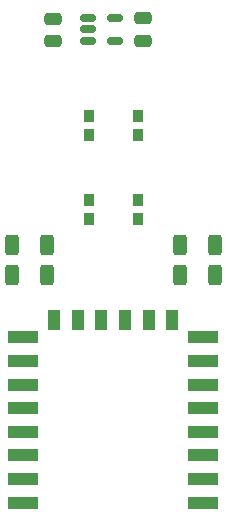
<source format=gbr>
%TF.GenerationSoftware,KiCad,Pcbnew,(6.0.5)*%
%TF.CreationDate,2022-06-15T23:30:51+02:00*%
%TF.ProjectId,picoESP12F,7069636f-4553-4503-9132-462e6b696361,rev?*%
%TF.SameCoordinates,Original*%
%TF.FileFunction,Paste,Top*%
%TF.FilePolarity,Positive*%
%FSLAX46Y46*%
G04 Gerber Fmt 4.6, Leading zero omitted, Abs format (unit mm)*
G04 Created by KiCad (PCBNEW (6.0.5)) date 2022-06-15 23:30:51*
%MOMM*%
%LPD*%
G01*
G04 APERTURE LIST*
G04 Aperture macros list*
%AMRoundRect*
0 Rectangle with rounded corners*
0 $1 Rounding radius*
0 $2 $3 $4 $5 $6 $7 $8 $9 X,Y pos of 4 corners*
0 Add a 4 corners polygon primitive as box body*
4,1,4,$2,$3,$4,$5,$6,$7,$8,$9,$2,$3,0*
0 Add four circle primitives for the rounded corners*
1,1,$1+$1,$2,$3*
1,1,$1+$1,$4,$5*
1,1,$1+$1,$6,$7*
1,1,$1+$1,$8,$9*
0 Add four rect primitives between the rounded corners*
20,1,$1+$1,$2,$3,$4,$5,0*
20,1,$1+$1,$4,$5,$6,$7,0*
20,1,$1+$1,$6,$7,$8,$9,0*
20,1,$1+$1,$8,$9,$2,$3,0*%
G04 Aperture macros list end*
%ADD10R,0.900000X1.000000*%
%ADD11RoundRect,0.250000X-0.312500X-0.625000X0.312500X-0.625000X0.312500X0.625000X-0.312500X0.625000X0*%
%ADD12RoundRect,0.250000X0.312500X0.625000X-0.312500X0.625000X-0.312500X-0.625000X0.312500X-0.625000X0*%
%ADD13RoundRect,0.150000X-0.512500X-0.150000X0.512500X-0.150000X0.512500X0.150000X-0.512500X0.150000X0*%
%ADD14R,2.500000X1.000000*%
%ADD15R,1.000000X1.800000*%
%ADD16RoundRect,0.250000X-0.475000X0.250000X-0.475000X-0.250000X0.475000X-0.250000X0.475000X0.250000X0*%
G04 APERTURE END LIST*
D10*
%TO.C,SW_BOOT*%
X150350000Y-84544000D03*
X154450000Y-84544000D03*
X154450000Y-86144000D03*
X150350000Y-86144000D03*
%TD*%
%TO.C,SW_RST*%
X150350000Y-77432000D03*
X154450000Y-77432000D03*
X154450000Y-79032000D03*
X150350000Y-79032000D03*
%TD*%
D11*
%TO.C,R4*%
X143825500Y-88392000D03*
X146750500Y-88392000D03*
%TD*%
D12*
%TO.C,R3*%
X146750500Y-90932000D03*
X143825500Y-90932000D03*
%TD*%
%TO.C,R2*%
X160974500Y-90932000D03*
X158049500Y-90932000D03*
%TD*%
D11*
%TO.C,R1*%
X158049500Y-88392000D03*
X160974500Y-88392000D03*
%TD*%
D13*
%TO.C,U2*%
X150246500Y-69154000D03*
X150246500Y-70104000D03*
X150246500Y-71054000D03*
X152521500Y-71054000D03*
X152521500Y-69154000D03*
%TD*%
D14*
%TO.C,U1*%
X144780000Y-110180000D03*
X144780000Y-108180000D03*
X144780000Y-106180000D03*
X144780000Y-104180000D03*
X144780000Y-102180000D03*
X144780000Y-100180000D03*
X144780000Y-98180000D03*
X144780000Y-96180000D03*
D15*
X147380000Y-94680000D03*
X149380000Y-94680000D03*
X151380000Y-94680000D03*
X153380000Y-94680000D03*
X155380000Y-94680000D03*
X157380000Y-94680000D03*
D14*
X159980000Y-96180000D03*
X159980000Y-98180000D03*
X159980000Y-100180000D03*
X159980000Y-102180000D03*
X159980000Y-104180000D03*
X159980000Y-106180000D03*
X159980000Y-108180000D03*
X159980000Y-110180000D03*
%TD*%
D16*
%TO.C,C2*%
X154940000Y-69154000D03*
X154940000Y-71054000D03*
%TD*%
%TO.C,C1*%
X147320000Y-69220000D03*
X147320000Y-71120000D03*
%TD*%
M02*

</source>
